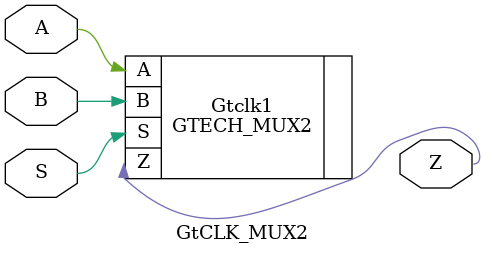
<source format=v>
module GtCLK_MUX2 ( Z, A, B, S );

input A, B, S;
output Z;

GTECH_MUX2 Gtclk1 (.Z(Z), .S(S), .A(A), .B(B));

endmodule

</source>
